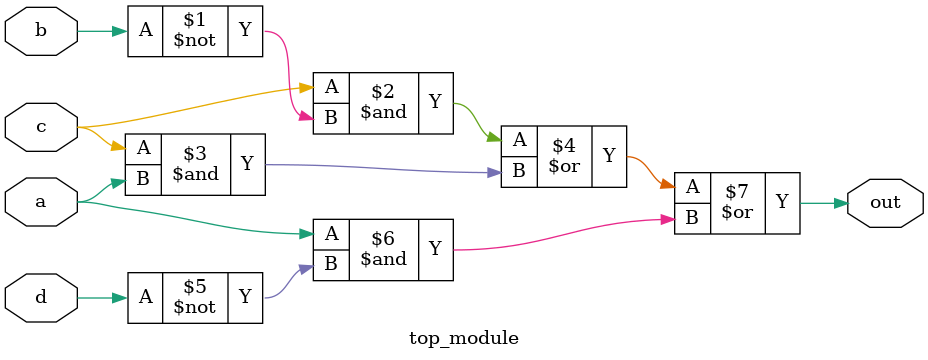
<source format=v>
module top_module(
    input a,
    input b,
    input c,
    input d,
    output out  ); 
    assign out=(c&~b | c&a | a&~d);

endmodule

</source>
